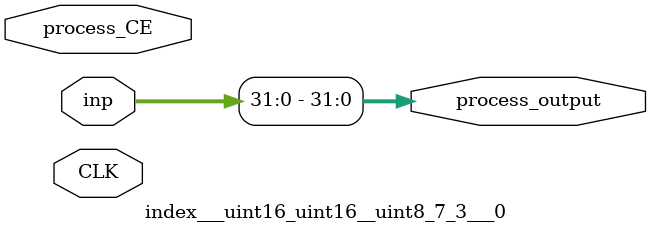
<source format=v>
module index___uint16_uint16__uint8_7_3___0(input CLK, input process_CE, input [199:0] inp, output [31:0] process_output);
parameter INSTANCE_NAME="INST";
  assign process_output = (inp[31:0]);
endmodule
</source>
